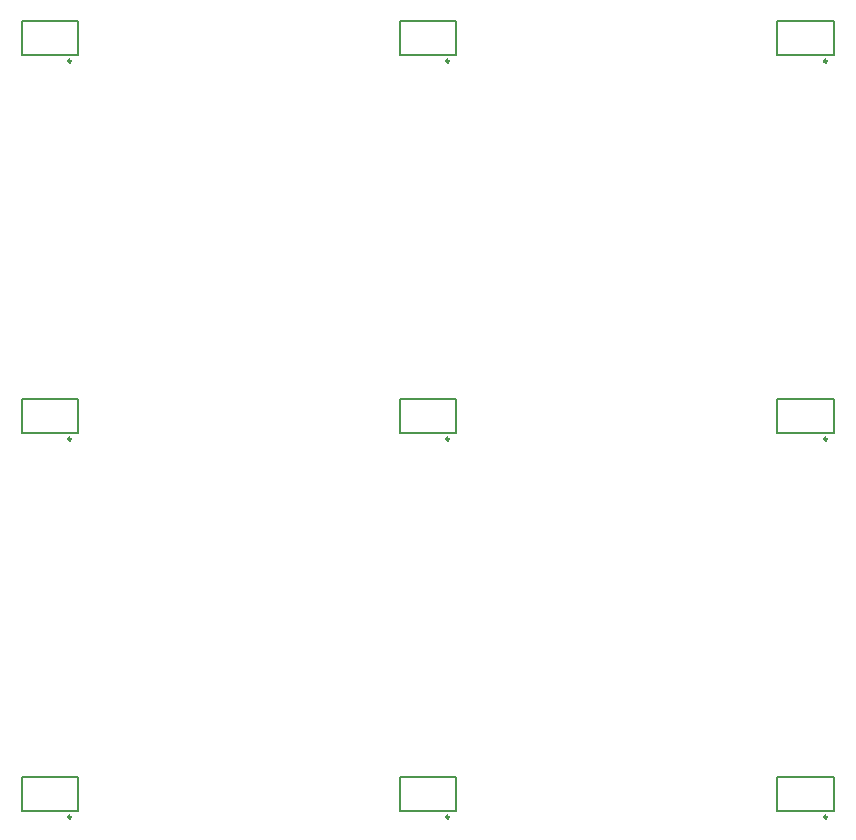
<source format=gto>
G04*
G04 #@! TF.GenerationSoftware,Altium Limited,Altium Designer,23.2.1 (34)*
G04*
G04 Layer_Color=65535*
%FSAX44Y44*%
%MOMM*%
G71*
G04*
G04 #@! TF.SameCoordinates,AAD7112A-FC18-4F3B-BB33-003CACF6D59D*
G04*
G04*
G04 #@! TF.FilePolarity,Positive*
G04*
G01*
G75*
%ADD35C,0.2500*%
%ADD36C,0.2000*%
D35*
X00199110Y00139850D02*
G03*
X00199110Y00139850I-00001250J00000000D01*
G01*
X00519110D02*
G03*
X00519110Y00139850I-00001250J00000000D01*
G01*
X00839111D02*
G03*
X00839111Y00139850I-00001250J00000000D01*
G01*
X00199110Y00459850D02*
G03*
X00199110Y00459850I-00001250J00000000D01*
G01*
X00519110D02*
G03*
X00519110Y00459850I-00001250J00000000D01*
G01*
X00839111D02*
G03*
X00839111Y00459850I-00001250J00000000D01*
G01*
X00199110Y00779850D02*
G03*
X00199110Y00779850I-00001250J00000000D01*
G01*
X00519110D02*
G03*
X00519110Y00779850I-00001250J00000000D01*
G01*
X00839111D02*
G03*
X00839111Y00779850I-00001250J00000000D01*
G01*
D36*
X00157110Y00144850D02*
Y00173850D01*
Y00144850D02*
X00205110D01*
Y00173850D01*
X00157110D02*
X00205110D01*
X00477110Y00144850D02*
Y00173850D01*
Y00144850D02*
X00525111D01*
Y00173850D01*
X00477110D02*
X00525111D01*
X00797111Y00144850D02*
Y00173850D01*
Y00144850D02*
X00845111D01*
Y00173850D01*
X00797111D02*
X00845111D01*
X00157110Y00464850D02*
Y00493850D01*
Y00464850D02*
X00205110D01*
Y00493850D01*
X00157110D02*
X00205110D01*
X00477110Y00464850D02*
Y00493850D01*
Y00464850D02*
X00525111D01*
Y00493850D01*
X00477110D02*
X00525111D01*
X00797111Y00464850D02*
Y00493850D01*
Y00464850D02*
X00845111D01*
Y00493850D01*
X00797111D02*
X00845111D01*
X00157110Y00784850D02*
Y00813850D01*
Y00784850D02*
X00205110D01*
Y00813850D01*
X00157110D02*
X00205110D01*
X00477110Y00784850D02*
Y00813850D01*
Y00784850D02*
X00525111D01*
Y00813850D01*
X00477110D02*
X00525111D01*
X00797111Y00784850D02*
Y00813850D01*
Y00784850D02*
X00845111D01*
Y00813850D01*
X00797111D02*
X00845111D01*
M02*

</source>
